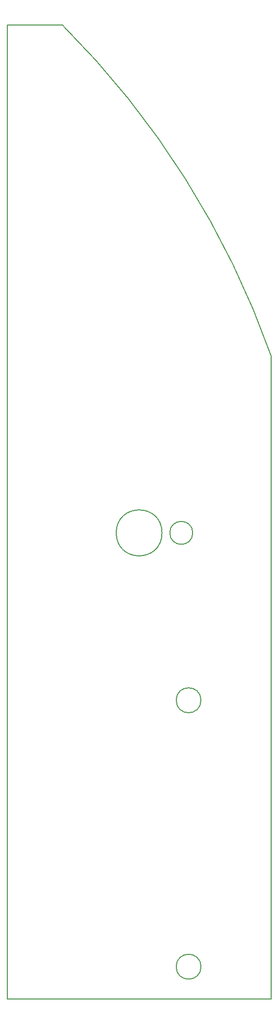
<source format=gbr>
%TF.GenerationSoftware,KiCad,Pcbnew,(5.1.6)-1*%
%TF.CreationDate,2021-08-23T14:52:40+10:00*%
%TF.ProjectId,SPIN RCV Panel PCB V1,5350494e-2052-4435-9620-50616e656c20,rev?*%
%TF.SameCoordinates,Original*%
%TF.FileFunction,Profile,NP*%
%FSLAX46Y46*%
G04 Gerber Fmt 4.6, Leading zero omitted, Abs format (unit mm)*
G04 Created by KiCad (PCBNEW (5.1.6)-1) date 2021-08-23 14:52:40*
%MOMM*%
%LPD*%
G01*
G04 APERTURE LIST*
%TA.AperFunction,Profile*%
%ADD10C,0.200000*%
%TD*%
G04 APERTURE END LIST*
D10*
X264206273Y-156240190D02*
G75*
G03*
X264206273Y-156240190I-2152650J0D01*
G01*
X230621123Y-161822936D02*
X276341123Y-161822936D01*
X240146123Y6452064D02*
X230621123Y6452064D01*
X262766615Y-81304936D02*
G75*
G03*
X262766615Y-81304936I-1984375J0D01*
G01*
X276341123Y-161822936D02*
X276341123Y-50697936D01*
X230621123Y6452064D02*
X230621123Y-161822936D01*
X264206273Y-110215391D02*
G75*
G03*
X264206273Y-110215391I-2152650J0D01*
G01*
X257449873Y-81304936D02*
G75*
G03*
X257449873Y-81304936I-3968750J0D01*
G01*
X240146123Y6452064D02*
G75*
G02*
X276341123Y-50697937I-107441903J-108083289D01*
G01*
M02*

</source>
